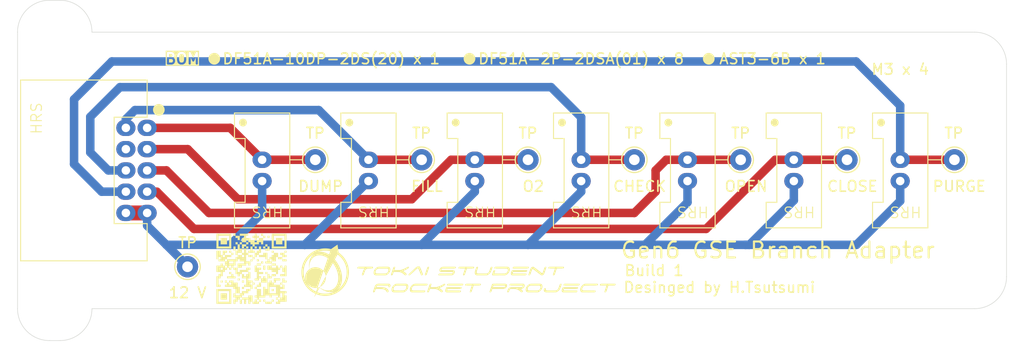
<source format=kicad_pcb>
(kicad_pcb (version 20240108) (generator "pcbnew") (generator_version "8.0")
  (layers (0 "F.Cu" signal) (31 "B.Cu" signal) (34 "B.Paste" user) (35 "F.Paste" user) (36 "B.SilkS" user "B.Silkscreen") (37 "F.SilkS" user "F.Silkscreen") (38 "B.Mask" user) (39 "F.Mask" user) (44 "Edge.Cuts" user))
  (net 0 "")
  (net 1 "SV_DUMP")
  (net 2 "+12V")
  (net 3 "SV_FILL")
  (net 4 "SV_O2")
  (net 5 "SV_SHIFT")
  (net 6 "SV_OPEN")
  (net 7 "SV_CHECK")
  (net 8 "SV_CLOSE")
  (net 9 "SV_PURGE")
  (footprint "TestPoint:TestPoint_THTPad_D2.0mm_Drill1.0mm" (layer "F.Cu") (at 198.1 89)
    (property "Reference" "TP8" (hide yes))
    (property "Value" "TestPoint")
    (pad "1" thru_hole circle (at 0 0) (size 2 2) (drill 1) (layers "*.Cu" "*.Mask") (net 9 "SV_PURGE"))
  )
  (footprint "MountingHole:MountingHole_3.2mm_M3" (layer "F.Cu") (at 113.5 77.5)
    (property "Reference" "H2" (hide yes))
    (property "Value" "MountingHole")
    (pad "" np_thru_hole circle (at 0 0) (size 3.2 3.2) (drill 3.2) (layers "*.Cu" "*.Mask"))
  )
  (footprint "TestPoint:TestPoint_THTPad_D2.0mm_Drill1.0mm" (layer "F.Cu") (at 138 89)
    (property "Reference" "TP1" (hide yes))
    (property "Value" "TestPoint")
    (pad "1" thru_hole circle (at 0 0) (size 2 2) (drill 1) (layers "*.Cu" "*.Mask") (net 1 "SV_DUMP"))
  )
  (footprint "TSRP_Connector_Hirose:DF51A-2P-2DSA(01)" (layer "F.Cu") (at 173 90 90)
    (property "Reference" "J5" (hide yes))
    (property "Value" "Conn_01x02")
    (fp_text user "HRS" (at -3.9 0.5 180) (layer "F.SilkS") (effects (font (thickness 0.1))))
    (pad "1" thru_hole oval (at 1 0 90) (size 1.524 1.8) (drill 0.8) (layers "*.Cu" "*.Mask") (net 6 "SV_OPEN"))
    (pad "2" thru_hole oval (at -1 0 90) (size 1.524 1.8) (drill 0.8) (layers "*.Cu" "*.Mask") (net 2 "+12V"))
  )
  (footprint "TSRP_Connector_Hirose:DF51A-2P-2DSA(01)" (layer "F.Cu") (at 193 90 90)
    (property "Reference" "J9" (hide yes))
    (property "Value" "Conn_01x02")
    (fp_text user "HRS" (at -3.9 0.5 180) (layer "F.SilkS") (effects (font (thickness 0.1))))
    (pad "1" thru_hole oval (at 1 0 90) (size 1.524 1.8) (drill 0.8) (layers "*.Cu" "*.Mask") (net 9 "SV_PURGE"))
    (pad "2" thru_hole oval (at -1 0 90) (size 1.524 1.8) (drill 0.8) (layers "*.Cu" "*.Mask") (net 2 "+12V"))
  )
  (footprint "MountingHole:MountingHole_3.2mm_M3" (layer "F.Cu") (at 199.5 80.5)
    (property "Reference" "H3" (hide yes))
    (property "Value" "MountingHole")
    (pad "" np_thru_hole circle (at 0 0) (size 3.2 3.2) (drill 3.2) (layers "*.Cu" "*.Mask"))
  )
  (footprint "LOGO" (layer "F.Cu") (at 151.5 99.5)
    (property "Reference" "G***" (hide yes))
    (property "Value" "LOGO" (hide yes))
  )
  (footprint "TestPoint:TestPoint_THTPad_D2.0mm_Drill1.0mm" (layer "F.Cu") (at 158 89)
    (property "Reference" "TP3" (hide yes))
    (property "Value" "TestPoint")
    (pad "1" thru_hole circle (at 0 0) (size 2 2) (drill 1) (layers "*.Cu" "*.Mask") (net 4 "SV_O2"))
  )
  (footprint "LOGO" (layer "F.Cu") (at 132 99.25)
    (property "Reference" "G***" (hide yes))
    (property "Value" "LOGO" (hide yes))
  )
  (footprint "TSRP_Connector_Hirose:DF51A-2P-2DSA(01)" (layer "F.Cu") (at 163 90 90)
    (property "Reference" "J6" (hide yes))
    (property "Value" "Conn_01x02")
    (fp_text user "HRS" (at -3.9 0.5 180) (layer "F.SilkS") (effects (font (thickness 0.1))))
    (pad "1" thru_hole oval (at 1 0 90) (size 1.524 1.8) (drill 0.8) (layers "*.Cu" "*.Mask") (net 7 "SV_CHECK"))
    (pad "2" thru_hole oval (at -1 0 90) (size 1.524 1.8) (drill 0.8) (layers "*.Cu" "*.Mask") (net 2 "+12V"))
  )
  (footprint "TestPoint:TestPoint_THTPad_D2.0mm_Drill1.0mm" (layer "F.Cu") (at 188 89)
    (property "Reference" "TP7" (hide yes))
    (property "Value" "TestPoint")
    (pad "1" thru_hole circle (at 0 0) (size 2 2) (drill 1) (layers "*.Cu" "*.Mask") (net 8 "SV_CLOSE"))
  )
  (footprint "TestPoint:TestPoint_THTPad_D2.0mm_Drill1.0mm" (layer "F.Cu") (at 125.984 99.06)
    (property "Reference" "TP9" (hide yes))
    (property "Value" "TestPoint")
    (pad "1" thru_hole circle (at 0 0) (size 2 2) (drill 1) (layers "*.Cu" "*.Mask") (net 2 "+12V"))
  )
  (footprint "TSRP_Connector_Hirose:DF51A-10DP-2DS(20)" (layer "F.Cu") (at 122.1875 90 -90)
    (property "Reference" "J10" (hide yes))
    (property "Value" "Conn_01x10")
    (fp_text user "HRS" (at -4.9 10.4 90) (layer "F.SilkS") (effects (font (thickness 0.1))))
    (pad "1" thru_hole oval (at -4 0 270) (size 1.524 1.8) (drill 0.8) (layers "*.Cu" "*.Mask") (net 1 "SV_DUMP"))
    (pad "2" thru_hole oval (at -4 2 270) (size 1.524 1.8) (drill 0.8) (layers "*.Cu" "*.Mask") (net 3 "SV_FILL"))
    (pad "3" thru_hole oval (at -2 0 270) (size 1.524 1.8) (drill 0.8) (layers "*.Cu" "*.Mask") (net 4 "SV_O2"))
    (pad "4" thru_hole oval (at -2 2 270) (size 1.524 1.8) (drill 0.8) (layers "*.Cu" "*.Mask") (net 5 "SV_SHIFT"))
    (pad "5" thru_hole oval (at 0 0 270) (size 1.524 1.8) (drill 0.8) (layers "*.Cu" "*.Mask") (net 6 "SV_OPEN"))
    (pad "6" thru_hole oval (at 0 2 270) (size 1.524 1.8) (drill 0.8) (layers "*.Cu" "*.Mask") (net 7 "SV_CHECK"))
    (pad "7" thru_hole oval (at 2 0 270) (size 1.524 1.8) (drill 0.8) (layers "*.Cu" "*.Mask") (net 8 "SV_CLOSE"))
    (pad "8" thru_hole oval (at 2 2 270) (size 1.524 1.8) (drill 0.8) (layers "*.Cu" "*.Mask") (net 9 "SV_PURGE"))
    (pad "9" thru_hole oval (at 4 0 270) (size 1.524 1.8) (drill 0.8) (layers "*.Cu" "*.Mask") (net 2 "+12V"))
    (pad "10" thru_hole oval (at 4 2 270) (size 1.524 1.8) (drill 0.8) (layers "*.Cu" "*.Mask") (net 2 "+12V"))
  )
  (footprint "TSRP_Connector_Hirose:DF51A-2P-2DSA(01)" (layer "F.Cu") (at 133 90 90)
    (property "Reference" "J1" (hide yes))
    (property "Value" "Conn_01x02")
    (fp_text user "HRS" (at -3.9 0.5 180) (layer "F.SilkS") (effects (font (thickness 0.1))))
    (pad "1" thru_hole oval (at 1 0 90) (size 1.524 1.8) (drill 0.8) (layers "*.Cu" "*.Mask") (net 1 "SV_DUMP"))
    (pad "2" thru_hole oval (at -1 0 90) (size 1.524 1.8) (drill 0.8) (layers "*.Cu" "*.Mask") (net 2 "+12V"))
  )
  (footprint "TSRP_Connector_Hirose:DF51A-2P-2DSA(01)" (layer "F.Cu") (at 183 90 90)
    (property "Reference" "J7" (hide yes))
    (property "Value" "Conn_01x02")
    (fp_text user "HRS" (at -3.9 0.5 180) (layer "F.SilkS") (effects (font (thickness 0.1))))
    (pad "1" thru_hole oval (at 1 0 90) (size 1.524 1.8) (drill 0.8) (layers "*.Cu" "*.Mask") (net 8 "SV_CLOSE"))
    (pad "2" thru_hole oval (at -1 0 90) (size 1.524 1.8) (drill 0.8) (layers "*.Cu" "*.Mask") (net 2 "+12V"))
  )
  (footprint "TestPoint:TestPoint_THTPad_D2.0mm_Drill1.0mm" (layer "F.Cu") (at 178 89)
    (property "Reference" "TP5" (hide yes))
    (property "Value" "TestPoint")
    (pad "1" thru_hole circle (at 0 0) (size 2 2) (drill 1) (layers "*.Cu" "*.Mask") (net 6 "SV_OPEN"))
  )
  (footprint "TSRP_Connector_Hirose:DF51A-2P-2DSA(01)" (layer "F.Cu") (at 143 90 90)
    (property "Reference" "J2" (hide yes))
    (property "Value" "Conn_01x02")
    (fp_text user "HRS" (at -3.9 0.5 180) (layer "F.SilkS") (effects (font (thickness 0.1))))
    (pad "1" thru_hole oval (at 1 0 90) (size 1.524 1.8) (drill 0.8) (layers "*.Cu" "*.Mask") (net 3 "SV_FILL"))
    (pad "2" thru_hole oval (at -1 0 90) (size 1.524 1.8) (drill 0.8) (layers "*.Cu" "*.Mask") (net 2 "+12V"))
  )
  (footprint "TestPoint:TestPoint_THTPad_D2.0mm_Drill1.0mm" (layer "F.Cu") (at 168 89)
    (property "Reference" "TP6" (hide yes))
    (property "Value" "TestPoint")
    (pad "1" thru_hole circle (at 0 0) (size 2 2) (drill 1) (layers "*.Cu" "*.Mask") (net 7 "SV_CHECK"))
  )
  (footprint "TestPoint:TestPoint_THTPad_D2.0mm_Drill1.0mm" (layer "F.Cu") (at 148 89)
    (property "Reference" "TP2" (hide yes))
    (property "Value" "TestPoint")
    (pad "1" thru_hole circle (at 0 0) (size 2 2) (drill 1) (layers "*.Cu" "*.Mask") (net 3 "SV_FILL"))
  )
  (footprint "MountingHole:MountingHole_3.2mm_M3" (layer "F.Cu") (at 113.5 102.5 180)
    (property "Reference" "H1" (hide yes))
    (property "Value" "MountingHole")
    (pad "" np_thru_hole circle (at 0 0 180) (size 3.2 3.2) (drill 3.2) (layers "*.Cu" "*.Mask"))
  )
  (footprint "MountingHole:MountingHole_3.2mm_M3" (layer "F.Cu") (at 199.5 99.5)
    (property "Reference" "H4" (hide yes))
    (property "Value" "MountingHole")
    (pad "" np_thru_hole circle (at 0 0) (size 3.2 3.2) (drill 3.2) (layers "*.Cu" "*.Mask"))
  )
  (footprint "TSRP_Connector_Hirose:DF51A-2P-2DSA(01)" (layer "F.Cu") (at 153 90 90)
    (property "Reference" "J3" (hide yes))
    (property "Value" "Conn_01x02")
    (fp_text user "HRS" (at -3.9 0.5 180) (layer "F.SilkS") (effects (font (thickness 0.1))))
    (pad "1" thru_hole oval (at 1 0 90) (size 1.524 1.8) (drill 0.8) (layers "*.Cu" "*.Mask") (net 4 "SV_O2"))
    (pad "2" thru_hole oval (at -1 0 90) (size 1.524 1.8) (drill 0.8) (layers "*.Cu" "*.Mask") (net 2 "+12V"))
  )
  (gr_line (start 146.8 89) (end 145.6 89) (stroke (width 0.1)) (layer "F.SilkS"))
  (gr_circle (center 152.5 79.5) (end 153 79.5) (stroke (width 0.1)) (fill solid) (layer "F.SilkS"))
  (gr_line (start 156.8 89) (end 155.6 89) (stroke (width 0.1)) (layer "F.SilkS"))
  (gr_line (start 176.8 89) (end 175.6 89) (stroke (width 0.1)) (layer "F.SilkS"))
  (gr_circle (center 128.5 79.5) (end 129 79.5) (stroke (width 0.1)) (fill solid) (layer "F.SilkS"))
  (gr_circle (center 175 79.5) (end 175.5 79.5) (stroke (width 0.1)) (fill solid) (layer "F.SilkS"))
  (gr_line (start 196.85 89) (end 195.65 89) (stroke (width 0.1)) (layer "F.SilkS"))
  (gr_line (start 166.8 89) (end 165.6 89) (stroke (width 0.1)) (layer "F.SilkS"))
  (gr_line (start 186.8 89) (end 185.6 89) (stroke (width 0.1)) (layer "F.SilkS"))
  (gr_line (start 136.8 89) (end 135.6 89) (stroke (width 0.1)) (layer "F.SilkS"))
  (gr_line (start 113 74) (end 114 74) (stroke (width 0.05)) (layer "Edge.Cuts"))
  (gr_arc (start 113 106) (mid 110.87868 105.12132) (end 110 103) (stroke (width 0.05)) (layer "Edge.Cuts"))
  (gr_arc (start 117 103) (mid 116.12132 105.12132) (end 114 106) (stroke (width 0.05)) (layer "Edge.Cuts"))
  (gr_line (start 113 106) (end 114 106) (stroke (width 0.05)) (layer "Edge.Cuts"))
  (gr_arc (start 110 77) (mid 110.87868 74.87868) (end 113 74) (stroke (width 0.05)) (layer "Edge.Cuts"))
  (gr_line (start 117 103) (end 200 103) (stroke (width 0.05)) (layer "Edge.Cuts"))
  (gr_arc (start 114 74) (mid 116.12132 74.87868) (end 117 77) (stroke (width 0.05)) (layer "Edge.Cuts"))
  (gr_arc (start 200 77) (mid 202.12132 77.87868) (end 203 80) (stroke (width 0.05)) (layer "Edge.Cuts"))
  (gr_line (start 203 100) (end 203 80) (stroke (width 0.05)) (layer "Edge.Cuts"))
  (gr_line (start 200 77) (end 117 77) (stroke (width 0.05)) (layer "Edge.Cuts"))
  (gr_arc (start 203 100) (mid 202.12132 102.12132) (end 200 103) (stroke (width 0.05)) (layer "Edge.Cuts"))
  (gr_line (start 110 77) (end 110 103) (stroke (width 0.05)) (layer "Edge.Cuts"))
  (gr_text "TP" (at 178 86.5 0) (layer "F.SilkS") (effects (font (size 1 1))))
  (gr_text "TP" (at 158 86.5 0) (layer "F.SilkS") (effects (font (size 1 1))))
  (gr_text "Desinged by H.Tsutsumi" (at 176 101 0) (layer "F.SilkS") (effects (font (size 1 1))))
  (gr_text "BOM" (at 125.5 79.5 0) (layer "F.SilkS" knockout) (effects (font (size 1 1) (thickness 0.2) (bold yes))))
  (gr_text "DF51A-10DP-2DS(20) x 1" (at 139.5 79.5 0) (layer "F.SilkS") (effects (font (size 1 1))))
  (gr_text "O2" (at 158.5 91.5 0) (layer "F.SilkS") (effects (font (size 1 1))))
  (gr_text "TP" (at 198.05 86.5 0) (layer "F.SilkS") (effects (font (size 1 1))))
  (gr_text "DF51A-2P-2DSA(01) x 8" (at 163 79.5 0) (layer "F.SilkS") (effects (font (size 1 1))))
  (gr_text "TP" (at 126 96.8 0) (layer "F.SilkS") (effects (font (size 1 1))))
  (gr_text "TP" (at 148 86.5 0) (layer "F.SilkS") (effects (font (size 1 1))))
  (gr_text "TP" (at 138 86.5 0) (layer "F.SilkS") (effects (font (size 1 1))))
  (gr_text "Build 1" (at 167 100 0) (layer "F.SilkS") (effects (font (size 1 1)) (justify left bottom)))
  (gr_text "CLOSE" (at 188.5 91.5 0) (layer "F.SilkS") (effects (font (size 1 1))))
  (gr_text "OPEN" (at 178.5 91.5 0) (layer "F.SilkS") (effects (font (size 1 1))))
  (gr_text "FILL" (at 148.5 91.5 0) (layer "F.SilkS") (effects (font (size 1 1))))
  (gr_text "DUMP" (at 138.5 91.5 0) (layer "F.SilkS") (effects (font (size 1 1))))
  (gr_text "AST3-6B x 1" (at 181 79.5 0) (layer "F.SilkS") (effects (font (size 1 1))))
  (gr_text "Gen6 GSE Branch Adapter" (at 181.5 97.5 0) (layer "F.SilkS") (effects (font (size 1.5 1.5) (thickness 0.2))))
  (gr_text "CHECK" (at 168.5 91.5 0) (layer "F.SilkS") (effects (font (size 1 1))))
  (gr_text "M3 x 4" (at 193 80.5 0) (layer "F.SilkS") (effects (font (size 1 1))))
  (gr_text "12 V" (at 126 101.5 0) (layer "F.SilkS") (effects (font (size 1 1))))
  (gr_text "TP" (at 188 86.5 0) (layer "F.SilkS") (effects (font (size 1 1))))
  (gr_text "TP" (at 168 86.5 0) (layer "F.SilkS") (effects (font (size 1 1))))
  (gr_text "PURGE" (at 198.55 91.5 0) (layer "F.SilkS") (effects (font (size 1 1))))
  (segment (start 133 89) (end 138 89) (width 0.8) (layer "F.Cu") (net 1))
  (segment (start 122.1875 86) (end 130 86) (width 0.8) (layer "F.Cu") (net 1))
  (segment (start 130 86) (end 133 89) (width 0.8) (layer "F.Cu") (net 1))
  (segment (start 122.1875 94) (end 120.1875 94) (width 1.4) (layer "F.Cu") (net 2))
  (segment (start 137 97) (end 130 97) (width 0.8) (layer "B.Cu") (net 2))
  (segment (start 163 91) (end 163 92) (width 0.8) (layer "B.Cu") (net 2))
  (segment (start 122.1875 95.1875) (end 122.1875 94) (width 0.8) (layer "B.Cu") (net 2))
  (segment (start 178.435 97) (end 169 97) (width 0.8) (layer "B.Cu") (net 2))
  (segment (start 188.877 97) (end 193 92.877) (width 0.8) (layer "B.Cu") (net 2))
  (segment (start 163 92) (end 158 97) (width 0.8) (layer "B.Cu") (net 2))
  (segment (start 133 94) (end 130 97) (width 0.8) (layer "B.Cu") (net 2))
  (segment (start 153 92) (end 148 97) (width 0.8) (layer "B.Cu") (net 2))
  (segment (start 169 97) (end 158 97) (width 0.8) (layer "B.Cu") (net 2))
  (segment (start 148 97) (end 137 97) (width 0.8) (layer "B.Cu") (net 2))
  (segment (start 178.816 97) (end 183 92.816) (width 0.8) (layer "B.Cu") (net 2))
  (segment (start 124 97) (end 125.984 98.984) (width 0.8) (layer "B.Cu") (net 2))
  (segment (start 133 91) (end 133 94) (width 0.8) (layer "B.Cu") (net 2))
  (segment (start 143 91) (end 137 97) (width 0.8) (layer "B.Cu") (net 2))
  (segment (start 158 97) (end 148 97) (width 0.8) (layer "B.Cu") (net 2))
  (segment (start 124 97) (end 122.1875 95.1875) (width 0.8) (layer "B.Cu") (net 2))
  (segment (start 130 97) (end 124 97) (width 0.8) (layer "B.Cu") (net 2))
  (segment (start 178.435 97) (end 178.816 97) (width 0.8) (layer "B.Cu") (net 2))
  (segment (start 173 93) (end 169 97) (width 0.8) (layer "B.Cu") (net 2))
  (segment (start 153 91) (end 153 92) (width 0.8) (layer "B.Cu") (net 2))
  (segment (start 178.435 97) (end 188.877 97) (width 0.8) (layer "B.Cu") (net 2))
  (segment (start 125.984 98.984) (end 125.984 99.06) (width 0.8) (layer "B.Cu") (net 2))
  (segment (start 173 91) (end 173 93) (width 0.8) (layer "B.Cu") (net 2))
  (segment (start 193 92.877) (end 193 91) (width 0.8) (layer "B.Cu") (net 2))
  (segment (start 183 92.816) (end 183 91) (width 0.8) (layer "B.Cu") (net 2))
  (segment (start 143 89) (end 148 89) (width 0.8) (layer "F.Cu") (net 3))
  (segment (start 138.328 84.328) (end 143 89) (width 0.8) (layer "B.Cu") (net 3))
  (segment (start 121.042 84.328) (end 138.328 84.328) (width 0.8) (layer "B.Cu") (net 3))
  (segment (start 120.1875 85.1825) (end 121.042 84.328) (width 0.8) (layer "B.Cu") (net 3))
  (segment (start 120.1875 86) (end 120.1875 85.1825) (width 0.8) (layer "B.Cu") (net 3))
  (segment (start 153 89) (end 158 89) (width 0.8) (layer "F.Cu") (net 4))
  (segment (start 150.776 89) (end 153 89) (width 0.8) (layer "F.Cu") (net 4))
  (segment (start 126 88) (end 130.71 92.71) (width 0.8) (layer "F.Cu") (net 4))
  (segment (start 122.982843 88) (end 122.1875 88) (width 0.2) (layer "F.Cu") (net 4))
  (segment (start 122.1875 88) (end 126 88) (width 0.8) (layer "F.Cu") (net 4))
  (segment (start 130.71 92.71) (end 147.066 92.71) (width 0.8) (layer "F.Cu") (net 4))
  (segment (start 147.066 92.71) (end 150.776 89) (width 0.8) (layer "F.Cu") (net 4))
  (segment (start 124 90) (end 128 94) (width 0.8) (layer "F.Cu") (net 6))
  (segment (start 173 89) (end 178 89) (width 0.8) (layer "F.Cu") (net 6))
  (segment (start 170 92) (end 170 90) (width 0.8) (layer "F.Cu") (net 6))
  (segment (start 128 94) (end 168 94) (width 0.8) (layer "F.Cu") (net 6))
  (segment (start 122.1875 90) (end 124 90) (width 0.8) (layer "F.Cu") (net 6))
  (segment (start 170 90) (end 171 89) (width 0.8) (layer "F.Cu") (net 6))
  (segment (start 168 94) (end 170 92) (width 0.8) (layer "F.Cu") (net 6))
  (segment (start 171 89) (end 173 89) (width 0.8) (layer "F.Cu") (net 6))
  (segment (start 122.1875 90) (end 122.2 90) (width 0.2) (layer "F.Cu") (net 6))
  (segment (start 163 89) (end 168 89) (width 0.8) (layer "F.Cu") (net 7))
  (segment (start 160.169 82.169) (end 163 85) (width 0.8) (layer "B.Cu") (net 7))
  (segment (start 118.532 90) (end 116.84 88.308) (width 0.8) (layer "B.Cu") (net 7))
  (segment (start 163 85) (end 163 89) (width 0.8) (layer "B.Cu") (net 7))
  (segment (start 116.84 84.963) (end 119.634 82.169) (width 0.8) (layer "B.Cu") (net 7))
  (segment (start 116.84 88.308) (end 116.84 84.963) (width 0.8) (layer "B.Cu") (net 7))
  (segment (start 119.634 82.169) (end 160.169 82.169) (width 0.8) (layer "B.Cu") (net 7))
  (segment (start 120.1875 90) (end 118.532 90) (width 0.8) (layer "B.Cu") (net 7))
  (segment (start 174.75 95.5) (end 181.25 89) (width 0.8) (layer "F.Cu") (net 8))
  (segment (start 183 89) (end 188 89) (width 0.8) (layer "F.Cu") (net 8))
  (segment (start 123.09375 92) (end 126.59375 95.5) (width 0.8) (layer "F.Cu") (net 8))
  (segment (start 181.25 89) (end 183 89) (width 0.8) (layer "F.Cu") (net 8))
  (segment (start 122.1875 92) (end 123.09375 92) (width 0.8) (layer "F.Cu") (net 8))
  (segment (start 126.59375 95.5) (end 174.75 95.5) (width 0.8) (layer "F.Cu") (net 8))
  (segment (start 193 89) (end 198.1 89) (width 0.8) (layer "F.Cu") (net 9))
  (segment (start 115.316 89.408) (end 115.316 83.312) (width 0.8) (layer "B.Cu") (net 9))
  (segment (start 188.849 79.756) (end 193 83.907) (width 0.8) (layer "B.Cu") (net 9))
  (segment (start 193 83.907) (end 193 89) (width 0.8) (layer "B.Cu") (net 9))
  (segment (start 120.1875 92) (end 117.908 92) (width 0.8) (layer "B.Cu") (net 9))
  (segment (start 118.872 79.756) (end 188.849 79.756) (width 0.8) (layer "B.Cu") (net 9))
  (segment (start 115.316 83.312) (end 118.872 79.756) (width 0.8) (layer "B.Cu") (net 9))
  (segment (start 117.908 92) (end 115.316 89.408) (width 0.8) (layer "B.Cu") (net 9))
)
</source>
